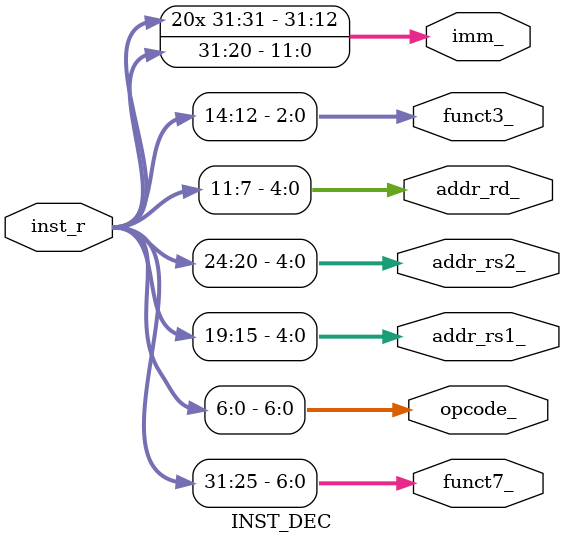
<source format=sv>
module INST_DEC (
	input logic [31:0] inst_r,
	output logic [6:0] funct7_, opcode_,
	output logic [4:0] addr_rs1_, addr_rs2_, addr_rd_,
	output logic [2:0] funct3_,
	output logic [31:0] imm_
);
	assign opcode_ = inst_r[6:0];
	assign addr_rd_ = inst_r[11:7];
	assign funct3_ = inst_r[14:12];
	assign addr_rs1_ = inst_r[19:15];
	assign addr_rs2_ = inst_r[24:20];
	assign funct7_ = inst_r[31:25];
	assign imm_ = {{20{inst_r[31]}}, inst_r[31:20]};
	
endmodule
</source>
